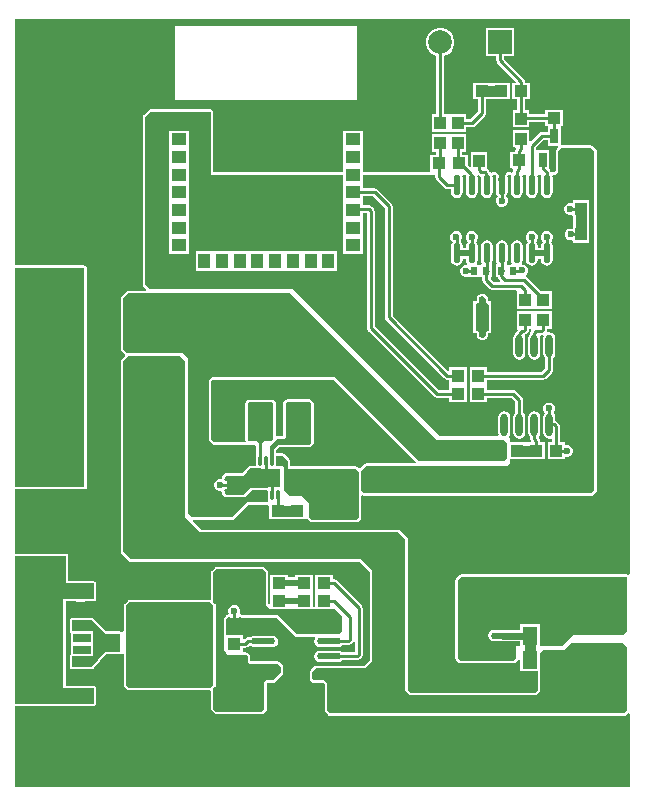
<source format=gtl>
G04*
G04 #@! TF.GenerationSoftware,Altium Limited,Altium Designer,22.1.2 (22)*
G04*
G04 Layer_Physical_Order=1*
G04 Layer_Color=255*
%FSLAX24Y24*%
%MOIN*%
G70*
G04*
G04 #@! TF.SameCoordinates,162C4C40-B8F5-4961-9C55-0291AD4F2388*
G04*
G04*
G04 #@! TF.FilePolarity,Positive*
G04*
G01*
G75*
%ADD10C,0.0100*%
%ADD19R,0.0630X0.0709*%
%ADD20R,0.0512X0.0591*%
%ADD21R,0.0433X0.0394*%
%ADD22R,0.0394X0.0512*%
%ADD23R,0.0512X0.0394*%
%ADD24R,0.0276X0.0492*%
%ADD25R,0.0394X0.0433*%
%ADD26O,0.0236X0.0748*%
%ADD27O,0.0220X0.0687*%
%ADD28R,0.0630X0.1024*%
%ADD29R,0.0236X0.0256*%
%ADD30R,0.0591X0.0512*%
G04:AMPARAMS|DCode=31|XSize=31.9mil|YSize=10.2mil|CornerRadius=1.3mil|HoleSize=0mil|Usage=FLASHONLY|Rotation=270.000|XOffset=0mil|YOffset=0mil|HoleType=Round|Shape=RoundedRectangle|*
%AMROUNDEDRECTD31*
21,1,0.0319,0.0077,0,0,270.0*
21,1,0.0293,0.0102,0,0,270.0*
1,1,0.0026,-0.0038,-0.0147*
1,1,0.0026,-0.0038,0.0147*
1,1,0.0026,0.0038,0.0147*
1,1,0.0026,0.0038,-0.0147*
%
%ADD31ROUNDEDRECTD31*%
%ADD32R,0.0787X0.0787*%
%ADD33O,0.0802X0.0226*%
%ADD34R,0.0709X0.0630*%
%ADD35R,0.0591X0.0315*%
%ADD36R,0.0591X0.0299*%
%ADD37R,0.0591X0.0276*%
%ADD65R,0.0976X0.0642*%
%ADD66C,0.0200*%
%ADD67C,0.0350*%
%ADD68C,0.0220*%
%ADD69C,0.1969*%
%ADD70C,0.1181*%
%ADD71R,0.0787X0.0787*%
%ADD72C,0.0787*%
%ADD73R,0.0945X0.0945*%
%ADD74O,0.0709X0.0433*%
%ADD75C,0.0236*%
G36*
X17744Y21364D02*
X18080D01*
X18101Y21314D01*
X18043Y21257D01*
X18026Y21231D01*
X18020Y21200D01*
Y20533D01*
X17967Y20480D01*
X17919D01*
X17907Y20478D01*
X17895Y20477D01*
X17894Y20476D01*
X17877Y20480D01*
X17853Y20492D01*
X17841Y20502D01*
X17835Y20537D01*
X17806Y20580D01*
X17803Y20582D01*
Y21226D01*
X17370D01*
X17344Y21266D01*
Y21309D01*
X17593Y21558D01*
X17744D01*
Y21364D01*
D02*
G37*
G36*
X12319Y19296D02*
Y15650D01*
X12329Y15600D01*
X12357Y15557D01*
X14304Y13610D01*
X14347Y13582D01*
X14397Y13572D01*
X14470D01*
Y13429D01*
X14470Y13428D01*
Y13379D01*
X14470Y13378D01*
Y13234D01*
X14101D01*
X11981Y15354D01*
Y19191D01*
X11971Y19242D01*
X11943Y19284D01*
X11884Y19343D01*
X11842Y19371D01*
X11791Y19381D01*
X11595D01*
Y19490D01*
X11595Y19501D01*
Y19540D01*
X11595Y19551D01*
Y19684D01*
X11930D01*
X12319Y19296D01*
D02*
G37*
G36*
X10617Y13570D02*
X13356Y10830D01*
X13335Y10780D01*
X11700D01*
X11669Y10774D01*
X11643Y10757D01*
X11500Y10614D01*
X11450D01*
X11407Y10657D01*
X11381Y10674D01*
X11350Y10680D01*
X9160D01*
Y10870D01*
X9154Y10901D01*
X9137Y10927D01*
X8977Y11087D01*
X8951Y11104D01*
X8920Y11110D01*
X8700D01*
X8690Y11118D01*
Y11217D01*
X8793Y11320D01*
X9790D01*
X9790Y11320D01*
X9821Y11326D01*
X9847Y11343D01*
X9917Y11413D01*
X9917Y11413D01*
X9934Y11439D01*
X9940Y11470D01*
Y12780D01*
X9940Y12780D01*
X9934Y12811D01*
X9917Y12837D01*
X9917Y12837D01*
X9867Y12887D01*
X9867Y12887D01*
X9841Y12904D01*
X9810Y12910D01*
X9060Y12910D01*
X9060Y12910D01*
X9029Y12904D01*
X9003Y12887D01*
X9003Y12887D01*
X8953Y12837D01*
X8936Y12811D01*
X8930Y12780D01*
Y11683D01*
X8927Y11680D01*
X8740D01*
X8730Y11678D01*
X8686Y11707D01*
X8680Y11715D01*
Y12780D01*
X8680Y12780D01*
X8674Y12811D01*
X8657Y12837D01*
X8657Y12837D01*
X8617Y12877D01*
X8591Y12894D01*
X8560Y12900D01*
X7790D01*
X7790Y12900D01*
X7759Y12894D01*
X7733Y12877D01*
X7733Y12877D01*
X7693Y12837D01*
X7676Y12811D01*
X7670Y12780D01*
Y11570D01*
X7670Y11570D01*
X7676Y11539D01*
X7682Y11530D01*
X7659Y11480D01*
X6633D01*
X6530Y11583D01*
Y13517D01*
X6583Y13570D01*
X10617Y13570D01*
D02*
G37*
G36*
X6510Y20400D02*
X10926D01*
Y20141D01*
X10926Y20130D01*
Y20091D01*
X10926Y20080D01*
Y19551D01*
X10926Y19540D01*
Y19501D01*
X10926Y19490D01*
Y18961D01*
X10926Y18950D01*
Y18911D01*
X10926Y18900D01*
Y18371D01*
X10926Y18360D01*
Y18321D01*
X10926Y18310D01*
Y17770D01*
X11595D01*
Y18310D01*
X11595Y18321D01*
Y18360D01*
X11595Y18371D01*
Y18900D01*
X11595Y18911D01*
Y18950D01*
X11595Y18961D01*
Y19119D01*
X11719D01*
Y15300D01*
X11729Y15250D01*
X11757Y15207D01*
X13954Y13010D01*
X13997Y12982D01*
X14047Y12972D01*
X14470D01*
Y12828D01*
X15061D01*
Y13378D01*
X15061Y13379D01*
Y13428D01*
X15061Y13429D01*
Y13979D01*
X14470D01*
Y13886D01*
X14420Y13866D01*
X12581Y15704D01*
Y19350D01*
X12571Y19400D01*
X12543Y19443D01*
X12078Y19908D01*
X12035Y19937D01*
X11985Y19947D01*
X11595D01*
Y20080D01*
X11595Y20091D01*
Y20130D01*
X11595Y20141D01*
Y20400D01*
X13995D01*
Y20324D01*
X14005Y20274D01*
X14033Y20231D01*
X14305Y19959D01*
X14348Y19930D01*
X14398Y19921D01*
X14521D01*
Y19819D01*
X14535Y19745D01*
X14577Y19682D01*
X14640Y19640D01*
X14713Y19626D01*
X14787Y19640D01*
X14849Y19682D01*
X14891Y19745D01*
X14906Y19819D01*
Y20285D01*
X14893Y20350D01*
X14919Y20400D01*
X15003D01*
X15021Y20377D01*
X15034Y20354D01*
X15021Y20285D01*
Y19819D01*
X15035Y19745D01*
X15077Y19682D01*
X15139Y19640D01*
X15213Y19626D01*
X15287Y19640D01*
X15349Y19682D01*
X15391Y19745D01*
X15406Y19819D01*
Y20285D01*
X15393Y20350D01*
X15403Y20368D01*
X15464Y20382D01*
X15469Y20379D01*
X15490Y20375D01*
X15526Y20326D01*
X15527Y20319D01*
X15521Y20285D01*
Y19819D01*
X15535Y19745D01*
X15577Y19682D01*
X15639Y19640D01*
X15713Y19626D01*
X15787Y19640D01*
X15849Y19682D01*
X15891Y19745D01*
X15906Y19819D01*
Y20285D01*
X15893Y20350D01*
X15919Y20400D01*
X16007D01*
X16033Y20350D01*
X16021Y20285D01*
Y19819D01*
X16035Y19745D01*
X16076Y19684D01*
X16043Y19652D01*
X16013Y19579D01*
Y19501D01*
X16043Y19428D01*
X16098Y19373D01*
X16171Y19343D01*
X16249D01*
X16322Y19373D01*
X16377Y19428D01*
X16407Y19501D01*
Y19579D01*
X16377Y19652D01*
X16349Y19679D01*
X16349Y19682D01*
X16391Y19745D01*
X16406Y19819D01*
Y20285D01*
X16393Y20350D01*
X16419Y20400D01*
X16507D01*
X16533Y20350D01*
X16521Y20285D01*
Y19819D01*
X16535Y19745D01*
X16577Y19682D01*
X16639Y19640D01*
X16713Y19626D01*
X16787Y19640D01*
X16849Y19682D01*
X16891Y19745D01*
X16906Y19819D01*
Y20285D01*
X16893Y20350D01*
X16919Y20400D01*
X17007D01*
X17033Y20350D01*
X17021Y20285D01*
Y19819D01*
X17035Y19745D01*
X17077Y19682D01*
X17140Y19640D01*
X17213Y19626D01*
X17287Y19640D01*
X17349Y19682D01*
X17391Y19745D01*
X17406Y19819D01*
Y20285D01*
X17393Y20350D01*
X17419Y20400D01*
X17507D01*
X17533Y20350D01*
X17521Y20285D01*
Y19819D01*
X17535Y19745D01*
X17577Y19682D01*
X17639Y19640D01*
X17713Y19626D01*
X17787Y19640D01*
X17849Y19682D01*
X17891Y19745D01*
X17906Y19819D01*
Y20285D01*
X17893Y20350D01*
X17919Y20400D01*
X18000D01*
X18100Y20500D01*
Y21200D01*
X18200Y21300D01*
X19200Y21300D01*
X19300Y21200D01*
Y9900D01*
X19181Y9781D01*
X11619D01*
X11530Y9870D01*
Y10500D01*
X11525Y10525D01*
X11700Y10700D01*
X16400Y10700D01*
X16500Y10800D01*
Y10928D01*
X17030D01*
Y10928D01*
X17070D01*
Y10928D01*
X17661D01*
Y11479D01*
X17497D01*
Y11540D01*
X17487Y11590D01*
X17458Y11633D01*
X17441Y11651D01*
X17442Y11664D01*
X17485Y11729D01*
X17501Y11806D01*
Y12318D01*
X17485Y12395D01*
X17442Y12460D01*
X17377Y12504D01*
X17300Y12519D01*
X17223Y12504D01*
X17158Y12460D01*
X17115Y12395D01*
X17099Y12318D01*
Y11806D01*
X17115Y11729D01*
X17158Y11664D01*
X17169Y11657D01*
Y11606D01*
X17179Y11555D01*
X17197Y11529D01*
X17178Y11485D01*
X17171Y11479D01*
X17070D01*
Y11479D01*
X17030D01*
Y11479D01*
X16500D01*
Y11600D01*
X16441Y11659D01*
X16442Y11664D01*
X16485Y11729D01*
X16501Y11806D01*
Y12318D01*
X16485Y12395D01*
X16442Y12460D01*
X16377Y12504D01*
X16300Y12519D01*
X16223Y12504D01*
X16158Y12460D01*
X16115Y12395D01*
X16099Y12318D01*
Y11806D01*
X16110Y11750D01*
X16079Y11700D01*
X14140Y11700D01*
X9260Y16580D01*
X4480Y16580D01*
X4324Y16736D01*
X4324Y22329D01*
X4329D01*
X4500Y22500D01*
X6510D01*
Y20400D01*
D02*
G37*
G36*
X14041Y11550D02*
X16300Y11550D01*
X16400Y11450D01*
Y10950D01*
X16300Y10850D01*
X13450D01*
X10650Y13650D01*
X6550Y13650D01*
X6450Y13550D01*
Y11550D01*
X6600Y11400D01*
X8000D01*
X8030Y11370D01*
Y10720D01*
X8010Y10700D01*
X7800D01*
X7795Y10695D01*
X7794D01*
Y10694D01*
X7550Y10450D01*
X7000D01*
X6900Y10350D01*
Y10284D01*
X6859Y10257D01*
X6781D01*
X6708Y10227D01*
X6653Y10172D01*
X6623Y10099D01*
Y10021D01*
X6653Y9948D01*
X6708Y9893D01*
X6781Y9863D01*
X6859D01*
X6900Y9836D01*
Y9750D01*
X7000Y9650D01*
X7650D01*
X7890Y9890D01*
X8400D01*
X8420Y9870D01*
Y9500D01*
X8400Y9480D01*
X7730D01*
X7230Y8980D01*
X5886Y8980D01*
X5750Y9116D01*
Y14300D01*
X5600Y14450D01*
X3736D01*
X3600Y14586D01*
X3600Y16300D01*
X3750Y16450D01*
X9141D01*
X14041Y11550D01*
D02*
G37*
G36*
X8600Y12780D02*
Y11590D01*
X8540Y11530D01*
X8280D01*
X8220Y11470D01*
Y10720D01*
X8210Y10710D01*
X8159D01*
X8110Y10720D01*
Y11370D01*
X8110Y11371D01*
Y11470D01*
X8060Y11520D01*
X7800D01*
X7750Y11570D01*
Y12780D01*
X7790Y12820D01*
X8560D01*
X8600Y12780D01*
D02*
G37*
G36*
X9810Y12830D02*
X9860Y12780D01*
Y11470D01*
X9790Y11400D01*
X8760D01*
X8610Y11250D01*
Y10756D01*
X8564Y10710D01*
X8510Y10710D01*
X8500Y10720D01*
Y11360D01*
X8740Y11600D01*
X8960D01*
X9010Y11650D01*
Y12780D01*
X9060Y12830D01*
X9810Y12830D01*
D02*
G37*
G36*
X2300Y10000D02*
X0D01*
Y17300D01*
X2300D01*
Y10000D01*
D02*
G37*
G36*
X8090Y10631D02*
X8125Y10624D01*
X8202D01*
X8229Y10602D01*
Y10295D01*
X8239Y10245D01*
X8268Y10202D01*
X8426Y10044D01*
Y9992D01*
X8400Y9970D01*
X7890D01*
X7859Y9964D01*
X7833Y9947D01*
X7833Y9947D01*
X7617Y9730D01*
X7033D01*
X6980Y9783D01*
Y9836D01*
X6979Y9844D01*
Y9852D01*
X6976Y9859D01*
X6974Y9867D01*
X6970Y9873D01*
X6967Y9880D01*
X6973Y9907D01*
X6981Y9921D01*
X6988Y9929D01*
X7324D01*
X7374Y9939D01*
X7417Y9967D01*
X7447Y9997D01*
X7476Y10040D01*
X7486Y10090D01*
X7476Y10140D01*
X7447Y10183D01*
X7405Y10211D01*
X7354Y10221D01*
X7304Y10211D01*
X7274Y10191D01*
X6988D01*
X6981Y10199D01*
X6973Y10213D01*
X6967Y10240D01*
X6970Y10247D01*
X6974Y10253D01*
X6976Y10261D01*
X6979Y10268D01*
Y10276D01*
X6980Y10284D01*
Y10317D01*
X7033Y10370D01*
X7550D01*
X7581Y10376D01*
X7607Y10393D01*
X7607Y10393D01*
X7717Y10504D01*
X7728D01*
Y10515D01*
X7833Y10620D01*
X8010D01*
X8041Y10626D01*
X8067Y10643D01*
X8090Y10631D01*
D02*
G37*
G36*
X20472Y7106D02*
X20453Y7091D01*
X20422Y7076D01*
X20400Y7080D01*
X14850Y7080D01*
X14850Y7080D01*
X14819Y7074D01*
X14793Y7057D01*
X14793Y7057D01*
X14693Y6957D01*
X14693Y6957D01*
X14676Y6931D01*
X14670Y6900D01*
Y4300D01*
X14676Y4269D01*
X14693Y4243D01*
X14693Y4243D01*
X14793Y4143D01*
X14819Y4126D01*
X14850Y4120D01*
X16600Y4120D01*
X16600Y4120D01*
X16631Y4126D01*
X16657Y4143D01*
X16657Y4143D01*
X16755Y4242D01*
X16762Y4241D01*
X16805Y4226D01*
Y3868D01*
X17420D01*
Y3233D01*
X17317Y3130D01*
X13183D01*
X13080Y3233D01*
X13080Y8250D01*
X13074Y8281D01*
X13057Y8307D01*
X13057Y8307D01*
X12817Y8547D01*
X12817Y8547D01*
X12791Y8564D01*
X12760Y8570D01*
X6193Y8570D01*
X5914Y8850D01*
X5935Y8900D01*
X7230Y8900D01*
X7230Y8900D01*
X7261Y8906D01*
X7287Y8923D01*
X7287Y8923D01*
X7763Y9400D01*
X8400D01*
X8410Y9402D01*
X8420Y9400D01*
X8453Y9375D01*
X8460Y9365D01*
Y8920D01*
X9051D01*
Y8920D01*
X9091D01*
Y8920D01*
X9681D01*
Y8943D01*
X9731Y8953D01*
X9760Y8924D01*
Y8920D01*
X9767D01*
X9843Y8843D01*
X9869Y8826D01*
X9900Y8820D01*
X11350D01*
X11381Y8826D01*
X11407Y8843D01*
X11407Y8843D01*
X11507Y8943D01*
X11524Y8969D01*
X11530Y9000D01*
Y9689D01*
X11580Y9712D01*
X11588Y9707D01*
X11619Y9701D01*
X19181D01*
X19212Y9707D01*
X19238Y9724D01*
X19238Y9724D01*
X19357Y9843D01*
X19357Y9843D01*
X19374Y9869D01*
X19380Y9900D01*
Y21200D01*
X19374Y21231D01*
X19357Y21257D01*
X19357Y21257D01*
X19257Y21357D01*
X19231Y21374D01*
X19200Y21380D01*
X18200Y21380D01*
X18177Y21399D01*
Y22014D01*
X18223Y22024D01*
X18261D01*
Y22576D01*
X17670D01*
Y22427D01*
X17136D01*
Y22570D01*
X16997D01*
Y22910D01*
X17161D01*
Y23461D01*
X16997D01*
Y23505D01*
X16987Y23555D01*
X16958Y23598D01*
X16291Y24264D01*
Y24348D01*
X16632D01*
Y25292D01*
X15688D01*
Y24348D01*
X16029D01*
Y24210D01*
X16039Y24160D01*
X16067Y24117D01*
X16677Y23507D01*
X16658Y23461D01*
X16570D01*
Y22910D01*
X16734D01*
Y22570D01*
X16584D01*
Y21979D01*
X17136D01*
Y22164D01*
X17670D01*
Y22024D01*
X17699D01*
X17744Y22014D01*
Y21820D01*
X17539D01*
X17489Y21810D01*
X17446Y21782D01*
X17182Y21517D01*
X17136Y21537D01*
Y21901D01*
X16584D01*
Y21310D01*
X16659D01*
X16685Y21260D01*
X16679Y21250D01*
X16669Y21200D01*
Y21171D01*
X16500D01*
Y20620D01*
X16569D01*
X16596Y20570D01*
X16592Y20563D01*
X16582Y20513D01*
Y20506D01*
X16571Y20493D01*
X16549Y20481D01*
X16532Y20476D01*
X16531Y20477D01*
X16519Y20478D01*
X16507Y20480D01*
X16419D01*
X16407Y20478D01*
X16395Y20477D01*
X16392Y20475D01*
X16389Y20474D01*
X16378Y20467D01*
X16368Y20462D01*
X16366Y20459D01*
X16362Y20457D01*
X16356Y20447D01*
X16348Y20437D01*
X16322Y20387D01*
X16319Y20376D01*
X16314Y20366D01*
Y20361D01*
X16313Y20357D01*
X16314Y20346D01*
Y20334D01*
X16326Y20277D01*
Y20192D01*
X16276Y20165D01*
X16263Y20173D01*
X16213Y20183D01*
X16163Y20173D01*
X16151Y20165D01*
X16101Y20192D01*
Y20277D01*
X16112Y20334D01*
Y20346D01*
X16113Y20357D01*
X16112Y20361D01*
Y20366D01*
X16108Y20376D01*
X16105Y20387D01*
X16078Y20437D01*
X16071Y20447D01*
X16064Y20457D01*
X16061Y20459D01*
X16059Y20462D01*
X16048Y20467D01*
X16038Y20474D01*
X16034Y20475D01*
X16031Y20477D01*
X16019Y20478D01*
X16007Y20480D01*
X15919D01*
X15907Y20478D01*
X15895Y20477D01*
X15892Y20475D01*
X15889Y20474D01*
X15878Y20467D01*
X15833Y20480D01*
X15824Y20487D01*
X15821Y20500D01*
X15793Y20543D01*
X15743Y20593D01*
X15736Y20597D01*
Y21156D01*
X15185D01*
Y20676D01*
X15139Y20657D01*
X15091Y20705D01*
Y21071D01*
X14892D01*
Y21165D01*
X15036D01*
Y21756D01*
X14485D01*
Y21756D01*
X14436D01*
Y21756D01*
X13885D01*
Y21165D01*
X14029D01*
Y21071D01*
X13831D01*
Y20520D01*
X13805Y20480D01*
X11595D01*
Y20670D01*
X11595Y20681D01*
Y20720D01*
X11595Y20731D01*
Y21260D01*
X11595Y21271D01*
Y21310D01*
X11595Y21321D01*
Y21861D01*
X10926D01*
Y21321D01*
X10926Y21310D01*
Y21271D01*
X10926Y21260D01*
Y20731D01*
X10926Y20720D01*
Y20681D01*
X10926Y20670D01*
Y20480D01*
X6590D01*
Y22500D01*
X6584Y22531D01*
X6567Y22557D01*
X6541Y22574D01*
X6510Y22580D01*
X4500D01*
X4500Y22580D01*
X4469Y22574D01*
X4443Y22557D01*
X4443Y22557D01*
X4283Y22397D01*
X4267Y22386D01*
X4250Y22360D01*
X4243Y22329D01*
X4243Y16736D01*
X4250Y16705D01*
X4267Y16679D01*
X4370Y16576D01*
X4351Y16530D01*
X3750D01*
X3719Y16524D01*
X3693Y16507D01*
X3543Y16357D01*
X3526Y16331D01*
X3520Y16300D01*
X3520Y14586D01*
X3526Y14556D01*
X3543Y14530D01*
X3543Y14530D01*
X3644Y14429D01*
X3644Y14358D01*
X3543Y14257D01*
X3526Y14231D01*
X3520Y14200D01*
X3520Y7830D01*
X3526Y7799D01*
X3543Y7773D01*
X3543Y7773D01*
X3793Y7523D01*
X3819Y7506D01*
X3850Y7500D01*
X11487D01*
X11820Y7167D01*
Y4233D01*
X11627Y4040D01*
X10741D01*
X10739Y4041D01*
X10163D01*
X10160Y4040D01*
X10020D01*
X9989Y4034D01*
X9963Y4017D01*
X9843Y3897D01*
X9843Y3897D01*
X9826Y3871D01*
X9820Y3840D01*
Y3600D01*
X9826Y3569D01*
X9843Y3543D01*
X9843Y3543D01*
X9893Y3493D01*
X9893Y3493D01*
X9919Y3476D01*
X9950Y3470D01*
X10267Y3470D01*
X10320Y3417D01*
Y2540D01*
X10326Y2509D01*
X10343Y2483D01*
X10343Y2483D01*
X10433Y2393D01*
X10433Y2393D01*
X10459Y2376D01*
X10490Y2370D01*
X20300Y2370D01*
X20331Y2376D01*
X20357Y2393D01*
X20422Y2459D01*
X20472Y2438D01*
Y0D01*
X0D01*
Y2690D01*
X2605D01*
X2635Y2696D01*
X2661Y2713D01*
X2679Y2739D01*
X2685Y2770D01*
Y3289D01*
X2679Y3320D01*
X2661Y3346D01*
X2635Y3363D01*
X2605Y3369D01*
X2315D01*
X2308Y3370D01*
X2032D01*
X2024Y3369D01*
X1680D01*
Y6177D01*
X2025Y6177D01*
X2032Y6176D01*
X2308D01*
X2315Y6177D01*
X2605Y6177D01*
X2635Y6183D01*
X2661Y6201D01*
X2679Y6227D01*
X2685Y6258D01*
Y6780D01*
X2679Y6811D01*
X2661Y6837D01*
X2635Y6854D01*
X2605Y6860D01*
X1760D01*
Y7690D01*
X1759Y7696D01*
Y7773D01*
X1090D01*
Y7770D01*
X0D01*
Y9920D01*
X2300D01*
X2331Y9926D01*
X2357Y9943D01*
X2374Y9969D01*
X2380Y10000D01*
Y17300D01*
X2374Y17331D01*
X2357Y17357D01*
X2331Y17374D01*
X2300Y17380D01*
X0D01*
Y25591D01*
X20472D01*
Y7106D01*
D02*
G37*
G36*
X9080Y10870D02*
Y10640D01*
X9120Y10600D01*
X11350D01*
X11450Y10500D01*
Y9000D01*
X11350Y8900D01*
X9900D01*
X9800Y9000D01*
Y9450D01*
X9550Y9700D01*
X9150D01*
X8960Y9890D01*
X8960Y10660D01*
X8928Y10692D01*
Y10695D01*
X8925D01*
X8920Y10700D01*
X8700D01*
Y11030D01*
X8920D01*
X9080Y10870D01*
D02*
G37*
G36*
X1680Y6780D02*
X2605D01*
Y6258D01*
X1600Y6258D01*
Y3289D01*
X2605D01*
Y2770D01*
X0D01*
Y7690D01*
X1680D01*
Y6780D01*
D02*
G37*
G36*
X20400Y5200D02*
X20250Y5050D01*
X18600D01*
X18250Y4700D01*
X17474D01*
Y5416D01*
X16805D01*
Y5235D01*
X16558D01*
X16542Y5238D01*
X15966D01*
X15891Y5223D01*
X15828Y5180D01*
X15785Y5117D01*
X15770Y5042D01*
X15785Y4967D01*
X15828Y4904D01*
X15891Y4862D01*
X15966Y4847D01*
X16542D01*
X16558Y4850D01*
X16805D01*
Y4700D01*
X16700D01*
X16700Y4300D01*
X16600Y4200D01*
X14850Y4200D01*
X14750Y4300D01*
Y6900D01*
X14850Y7000D01*
X20400Y7000D01*
Y5200D01*
D02*
G37*
G36*
X5500Y14350D02*
X5650Y14200D01*
Y9000D01*
X6160Y8490D01*
X12760Y8490D01*
X13000Y8250D01*
X13000Y3200D01*
X13150Y3050D01*
X17350D01*
X17500Y3200D01*
Y4450D01*
X17600Y4550D01*
X18300D01*
X18550Y4800D01*
X20250Y4800D01*
X20400Y4650D01*
X20400Y2550D01*
X20300Y2450D01*
X10490Y2450D01*
X10400Y2540D01*
Y3450D01*
X10300Y3550D01*
X9950Y3550D01*
X9900Y3600D01*
Y3840D01*
X10020Y3960D01*
X11660D01*
X11900Y4200D01*
Y7200D01*
X11520Y7580D01*
X3850D01*
X3600Y7830D01*
X3600Y14200D01*
X3750Y14350D01*
X5500Y14350D01*
D02*
G37*
%LPC*%
G36*
X19136Y19556D02*
X18585D01*
Y19483D01*
X18543Y19455D01*
X18539Y19457D01*
X18461D01*
X18388Y19427D01*
X18333Y19372D01*
X18303Y19299D01*
Y19221D01*
X18333Y19148D01*
X18388Y19093D01*
X18461Y19063D01*
X18539D01*
X18543Y19065D01*
X18585Y19037D01*
Y18965D01*
X18602D01*
Y18725D01*
X18585D01*
Y18631D01*
X18549Y18607D01*
X18471D01*
X18398Y18577D01*
X18343Y18522D01*
X18313Y18449D01*
Y18371D01*
X18343Y18298D01*
X18398Y18243D01*
X18471Y18213D01*
X18549D01*
X18585Y18189D01*
Y18135D01*
X19136D01*
Y18725D01*
X19119D01*
Y18965D01*
X19136D01*
Y19556D01*
D02*
G37*
G36*
X17749Y18517D02*
X17671D01*
X17598Y18487D01*
X17543Y18432D01*
X17513Y18359D01*
Y18281D01*
X17543Y18208D01*
X17550Y18202D01*
X17577Y18159D01*
X17535Y18097D01*
X17521Y18023D01*
Y17972D01*
X17406D01*
Y18023D01*
X17391Y18097D01*
X17349Y18159D01*
X17373Y18204D01*
X17377Y18208D01*
X17407Y18281D01*
Y18359D01*
X17377Y18432D01*
X17322Y18487D01*
X17249Y18517D01*
X17171D01*
X17098Y18487D01*
X17043Y18432D01*
X17013Y18359D01*
Y18281D01*
X17043Y18208D01*
X17050Y18202D01*
X17077Y18159D01*
X17035Y18097D01*
X17021Y18023D01*
Y17557D01*
X17035Y17483D01*
X17077Y17420D01*
X17140Y17379D01*
X17213Y17364D01*
X17287Y17379D01*
X17349Y17420D01*
X17391Y17483D01*
X17406Y17557D01*
Y17608D01*
X17521D01*
Y17557D01*
X17535Y17483D01*
X17577Y17420D01*
X17639Y17379D01*
X17713Y17364D01*
X17787Y17379D01*
X17849Y17420D01*
X17891Y17483D01*
X17906Y17557D01*
Y18023D01*
X17891Y18097D01*
X17849Y18159D01*
X17873Y18204D01*
X17877Y18208D01*
X17907Y18281D01*
Y18359D01*
X17877Y18432D01*
X17822Y18487D01*
X17749Y18517D01*
D02*
G37*
G36*
X15249D02*
X15171D01*
X15098Y18487D01*
X15043Y18432D01*
X15013Y18359D01*
Y18281D01*
X15043Y18208D01*
X15050Y18202D01*
X15077Y18159D01*
X15035Y18097D01*
X15021Y18023D01*
Y17972D01*
X14906D01*
Y18023D01*
X14891Y18097D01*
X14849Y18159D01*
X14867Y18208D01*
X14867Y18208D01*
X14897Y18281D01*
Y18359D01*
X14867Y18432D01*
X14812Y18487D01*
X14739Y18517D01*
X14661D01*
X14588Y18487D01*
X14533Y18432D01*
X14503Y18359D01*
Y18281D01*
X14533Y18208D01*
X14575Y18166D01*
Y18157D01*
X14535Y18097D01*
X14521Y18023D01*
Y17557D01*
X14535Y17483D01*
X14577Y17420D01*
X14640Y17379D01*
X14713Y17364D01*
X14787Y17379D01*
X14849Y17420D01*
X14891Y17483D01*
X14906Y17557D01*
Y17608D01*
X15021D01*
Y17557D01*
X15035Y17483D01*
X15066Y17437D01*
X15044Y17387D01*
X15044Y17387D01*
X14991D01*
X14918Y17357D01*
X14863Y17302D01*
X14833Y17229D01*
Y17151D01*
X14863Y17078D01*
X14918Y17023D01*
X14991Y16993D01*
X15069D01*
X15092Y17003D01*
X15106Y16993D01*
Y16993D01*
X15566D01*
Y16903D01*
X15576Y16853D01*
X15604Y16810D01*
X15807Y16607D01*
X15850Y16579D01*
X15900Y16569D01*
X16690D01*
X16724Y16533D01*
Y15943D01*
X17276D01*
Y15943D01*
X17324D01*
Y15943D01*
X17326Y15943D01*
X17876D01*
Y16533D01*
X17510D01*
X17050Y16993D01*
X17027Y17008D01*
X17016Y17061D01*
X17018Y17070D01*
X17047Y17098D01*
X17077Y17171D01*
Y17249D01*
X17047Y17322D01*
X16992Y17377D01*
X16919Y17407D01*
X16901D01*
X16874Y17457D01*
X16891Y17483D01*
X16906Y17557D01*
Y18023D01*
X16891Y18097D01*
X16849Y18159D01*
X16787Y18201D01*
X16713Y18216D01*
X16639Y18201D01*
X16577Y18159D01*
X16535Y18097D01*
X16521Y18023D01*
Y17557D01*
X16535Y17483D01*
X16553Y17457D01*
X16526Y17407D01*
X16400D01*
X16374Y17457D01*
X16391Y17483D01*
X16406Y17557D01*
Y18023D01*
X16391Y18097D01*
X16349Y18159D01*
X16287Y18201D01*
X16213Y18216D01*
X16140Y18201D01*
X16077Y18159D01*
X16035Y18097D01*
X16021Y18023D01*
Y17557D01*
X16035Y17483D01*
X16053Y17457D01*
X16026Y17407D01*
X16006D01*
Y16993D01*
X16075D01*
X16079Y16972D01*
X16107Y16930D01*
X16159Y16877D01*
X16140Y16831D01*
X15954D01*
X15842Y16943D01*
X15862Y16993D01*
X15894D01*
Y17407D01*
X15894D01*
X15874Y17457D01*
X15891Y17483D01*
X15906Y17557D01*
Y18023D01*
X15891Y18097D01*
X15849Y18159D01*
X15787Y18201D01*
X15713Y18216D01*
X15639Y18201D01*
X15577Y18159D01*
X15535Y18097D01*
X15521Y18023D01*
Y17557D01*
X15535Y17483D01*
X15553Y17457D01*
X15526Y17407D01*
X15400D01*
X15374Y17457D01*
X15391Y17483D01*
X15406Y17557D01*
Y18023D01*
X15391Y18097D01*
X15349Y18159D01*
X15373Y18204D01*
X15377Y18208D01*
X15407Y18281D01*
Y18359D01*
X15377Y18432D01*
X15322Y18487D01*
X15249Y18517D01*
D02*
G37*
G36*
X10156Y17856D02*
X10118D01*
X10106Y17856D01*
X9578D01*
X9566Y17856D01*
X9528D01*
X9516Y17856D01*
X8988D01*
X8976Y17856D01*
X8938D01*
X8926Y17856D01*
X8388D01*
X8386Y17856D01*
X8338D01*
X8336Y17856D01*
X7798D01*
X7786Y17856D01*
X7748D01*
X7736Y17856D01*
X7208D01*
X7196Y17856D01*
X7158D01*
X7146Y17856D01*
X6618D01*
X6606Y17856D01*
X6568D01*
X6556Y17856D01*
X6016D01*
Y17186D01*
X6556D01*
X6568Y17186D01*
X6606D01*
X6618Y17186D01*
X7146D01*
X7158Y17186D01*
X7196D01*
X7208Y17186D01*
X7736D01*
X7748Y17186D01*
X7786D01*
X7798Y17186D01*
X8336D01*
X8338Y17186D01*
X8386D01*
X8388Y17186D01*
X8926D01*
X8938Y17186D01*
X8976D01*
X8988Y17186D01*
X9516D01*
X9528Y17186D01*
X9566D01*
X9578Y17186D01*
X10106D01*
X10118Y17186D01*
X10156D01*
X10168Y17186D01*
X10708D01*
Y17856D01*
X10168D01*
X10156Y17856D01*
D02*
G37*
G36*
X5798Y21861D02*
X5129D01*
Y21321D01*
X5129Y21310D01*
Y21271D01*
X5129Y21260D01*
Y20731D01*
X5129Y20720D01*
Y20681D01*
X5129Y20670D01*
Y20141D01*
X5129Y20130D01*
Y20091D01*
X5129Y20080D01*
Y19551D01*
X5129Y19540D01*
Y19501D01*
X5129Y19490D01*
Y18961D01*
X5129Y18950D01*
Y18911D01*
X5129Y18900D01*
Y18371D01*
X5129Y18360D01*
Y18321D01*
X5129Y18310D01*
Y17770D01*
X5798D01*
Y18310D01*
X5798Y18321D01*
Y18360D01*
X5798Y18371D01*
Y18900D01*
X5798Y18911D01*
Y18950D01*
X5798Y18961D01*
Y19490D01*
X5798Y19501D01*
Y19540D01*
X5798Y19551D01*
Y20080D01*
X5798Y20091D01*
Y20130D01*
X5798Y20141D01*
Y20670D01*
X5798Y20681D01*
Y20720D01*
X5798Y20731D01*
Y21260D01*
X5798Y21271D01*
Y21310D01*
X5798Y21321D01*
Y21861D01*
D02*
G37*
G36*
X17276Y15864D02*
X17276Y15864D01*
X16724D01*
Y15273D01*
X16724D01*
X16743Y15229D01*
X16707Y15193D01*
X16679Y15150D01*
X16670Y15106D01*
X16658Y15098D01*
X16615Y15033D01*
X16599Y14956D01*
Y14444D01*
X16615Y14367D01*
X16658Y14302D01*
X16723Y14259D01*
X16800Y14243D01*
X16877Y14259D01*
X16942Y14302D01*
X16985Y14367D01*
X17001Y14444D01*
Y14956D01*
X16985Y15033D01*
X16978Y15045D01*
X16992Y15079D01*
X17034Y15107D01*
X17093Y15166D01*
X17121Y15208D01*
X17131Y15259D01*
Y15273D01*
X17182D01*
X17200Y15223D01*
X17179Y15192D01*
X17169Y15141D01*
Y15105D01*
X17158Y15098D01*
X17115Y15033D01*
X17099Y14956D01*
Y14444D01*
X17115Y14367D01*
X17158Y14302D01*
X17223Y14259D01*
X17300Y14243D01*
X17377Y14259D01*
X17442Y14302D01*
X17485Y14367D01*
X17501Y14444D01*
Y14956D01*
X17488Y15019D01*
X17517Y15069D01*
X17541D01*
X17584Y15077D01*
X17603Y15060D01*
X17617Y15037D01*
X17615Y15033D01*
X17599Y14956D01*
Y14444D01*
X17615Y14367D01*
X17658Y14302D01*
X17669Y14295D01*
Y13954D01*
X17546Y13831D01*
X15730D01*
Y13979D01*
X15139D01*
Y13429D01*
X15139Y13428D01*
Y13379D01*
X15139Y13378D01*
Y12828D01*
X15730D01*
Y12972D01*
X16542D01*
X16669Y12846D01*
Y12467D01*
X16658Y12460D01*
X16615Y12395D01*
X16599Y12318D01*
Y11806D01*
X16615Y11729D01*
X16658Y11664D01*
X16723Y11621D01*
X16800Y11606D01*
X16877Y11621D01*
X16942Y11664D01*
X16985Y11729D01*
X17001Y11806D01*
Y12318D01*
X16985Y12395D01*
X16942Y12460D01*
X16931Y12467D01*
Y12900D01*
X16921Y12950D01*
X16893Y12993D01*
X16690Y13196D01*
X16647Y13224D01*
X16597Y13234D01*
X15730D01*
Y13378D01*
X15730Y13379D01*
Y13428D01*
X15730Y13429D01*
Y13569D01*
X17600D01*
X17650Y13579D01*
X17693Y13607D01*
X17893Y13807D01*
X17921Y13850D01*
X17931Y13900D01*
Y14295D01*
X17942Y14302D01*
X17985Y14367D01*
X18001Y14444D01*
Y14956D01*
X17985Y15033D01*
X17942Y15098D01*
X17877Y15141D01*
X17800Y15157D01*
X17739Y15144D01*
X17706Y15185D01*
X17721Y15208D01*
X17731Y15259D01*
Y15273D01*
X17876D01*
Y15864D01*
X17326D01*
X17324Y15864D01*
X17276D01*
Y15864D01*
D02*
G37*
G36*
X15609Y16437D02*
X15531D01*
X15458Y16407D01*
X15403Y16352D01*
X15373Y16279D01*
Y16201D01*
X15358Y16179D01*
X15270D01*
Y15679D01*
X15270D01*
Y15128D01*
X15368D01*
X15373Y15119D01*
Y15041D01*
X15403Y14968D01*
X15458Y14913D01*
X15531Y14883D01*
X15609D01*
X15682Y14913D01*
X15737Y14968D01*
X15767Y15041D01*
Y15119D01*
X15772Y15128D01*
X15861D01*
Y15628D01*
X15861D01*
Y16179D01*
X15782D01*
X15767Y16201D01*
Y16279D01*
X15737Y16352D01*
X15682Y16407D01*
X15609Y16437D01*
D02*
G37*
G36*
X17829Y12807D02*
X17751D01*
X17678Y12777D01*
X17623Y12722D01*
X17593Y12649D01*
Y12571D01*
X17623Y12498D01*
X17658Y12463D01*
X17658Y12460D01*
X17615Y12395D01*
X17599Y12318D01*
Y11806D01*
X17615Y11729D01*
X17658Y11664D01*
X17723Y11621D01*
X17800Y11606D01*
X17853Y11616D01*
X17903Y11583D01*
Y11479D01*
X17739D01*
Y10928D01*
X18330D01*
Y10979D01*
X18351Y10993D01*
X18429D01*
X18502Y11023D01*
X18557Y11078D01*
X18587Y11151D01*
Y11229D01*
X18557Y11302D01*
X18502Y11357D01*
X18429Y11387D01*
X18351D01*
X18330Y11401D01*
Y11479D01*
X18166D01*
Y12015D01*
X18156Y12066D01*
X18127Y12108D01*
X18063Y12173D01*
X18020Y12201D01*
X18001Y12205D01*
Y12318D01*
X17985Y12395D01*
X17942Y12460D01*
X17940Y12481D01*
X17957Y12498D01*
X17987Y12571D01*
Y12649D01*
X17957Y12722D01*
X17902Y12777D01*
X17829Y12807D01*
D02*
G37*
%LPD*%
G36*
X15636Y16339D02*
X15669Y16306D01*
X15687Y16263D01*
Y16201D01*
X15688Y16193D01*
Y16185D01*
X15691Y16178D01*
X15693Y16170D01*
X15697Y16164D01*
X15700Y16156D01*
X15715Y16134D01*
X15720Y16129D01*
X15725Y16122D01*
X15731Y16118D01*
X15737Y16112D01*
X15744Y16109D01*
X15751Y16105D01*
X15759Y16103D01*
X15766Y16100D01*
X15780Y16053D01*
Y15628D01*
X15780Y15628D01*
Y15208D01*
X15772D01*
X15765Y15206D01*
X15757D01*
X15749Y15203D01*
X15742Y15202D01*
X15735Y15197D01*
X15728Y15194D01*
X15722Y15189D01*
X15716Y15184D01*
X15711Y15178D01*
X15706Y15172D01*
X15700Y15164D01*
X15697Y15156D01*
X15693Y15150D01*
X15691Y15142D01*
X15688Y15135D01*
Y15127D01*
X15687Y15119D01*
Y15057D01*
X15669Y15014D01*
X15636Y14981D01*
X15593Y14963D01*
X15547D01*
X15504Y14981D01*
X15471Y15014D01*
X15453Y15057D01*
Y15119D01*
X15452Y15127D01*
Y15135D01*
X15449Y15142D01*
X15447Y15150D01*
X15443Y15156D01*
X15440Y15164D01*
X15434Y15172D01*
X15429Y15178D01*
X15424Y15184D01*
X15418Y15189D01*
X15412Y15194D01*
X15405Y15197D01*
X15398Y15202D01*
X15390Y15203D01*
X15383Y15206D01*
X15375D01*
X15368Y15208D01*
X15350D01*
Y15679D01*
X15350Y15679D01*
Y16098D01*
X15358D01*
X15366Y16100D01*
X15374D01*
X15381Y16103D01*
X15389Y16105D01*
X15396Y16109D01*
X15403Y16112D01*
X15409Y16118D01*
X15415Y16122D01*
X15420Y16129D01*
X15425Y16134D01*
X15440Y16156D01*
X15443Y16164D01*
X15447Y16170D01*
X15449Y16178D01*
X15452Y16185D01*
Y16193D01*
X15453Y16201D01*
Y16263D01*
X15471Y16306D01*
X15504Y16339D01*
X15547Y16357D01*
X15593D01*
X15636Y16339D01*
D02*
G37*
%LPC*%
G36*
X14222Y25292D02*
X14098D01*
X13978Y25260D01*
X13870Y25198D01*
X13782Y25110D01*
X13720Y25002D01*
X13688Y24882D01*
Y24758D01*
X13720Y24638D01*
X13782Y24530D01*
X13870Y24442D01*
X13978Y24380D01*
X14029Y24366D01*
Y22425D01*
X13885D01*
Y21835D01*
X14435D01*
X14436Y21835D01*
X14485D01*
X14486Y21835D01*
X15036D01*
Y21999D01*
X15230D01*
X15280Y22009D01*
X15323Y22037D01*
X15658Y22372D01*
X15687Y22415D01*
X15697Y22465D01*
Y22910D01*
X15861D01*
Y22910D01*
X15901D01*
Y22910D01*
X16491D01*
Y23461D01*
X15901D01*
Y23461D01*
X15861D01*
Y23461D01*
X15270D01*
Y22910D01*
X15434D01*
Y22520D01*
X15176Y22261D01*
X15036D01*
Y22425D01*
X14486D01*
X14485Y22425D01*
X14436D01*
X14435Y22425D01*
X14291D01*
Y24366D01*
X14342Y24380D01*
X14450Y24442D01*
X14538Y24530D01*
X14600Y24638D01*
X14632Y24758D01*
Y24882D01*
X14600Y25002D01*
X14538Y25110D01*
X14450Y25198D01*
X14342Y25260D01*
X14222Y25292D01*
D02*
G37*
G36*
X5326Y25381D02*
X5326Y25325D01*
X5332Y22885D01*
X11380D01*
X11396Y22901D01*
Y25371D01*
X5376Y25371D01*
X5336Y25371D01*
X5326Y25381D01*
D02*
G37*
G36*
X8250Y7330D02*
X6700D01*
X6669Y7324D01*
X6643Y7307D01*
X6643Y7307D01*
X6540Y7203D01*
X6522Y7177D01*
X6516Y7147D01*
Y6244D01*
X6500Y6230D01*
X3800D01*
X3800Y6230D01*
X3769Y6224D01*
X3743Y6207D01*
X3743Y6207D01*
X3643Y6107D01*
X3626Y6081D01*
X3620Y6050D01*
Y5178D01*
X3570Y5170D01*
X3536D01*
X3531Y5174D01*
X3500Y5180D01*
X3033D01*
X2607Y5607D01*
X2581Y5624D01*
X2550Y5630D01*
X1900D01*
X1869Y5624D01*
X1843Y5607D01*
X1826Y5581D01*
X1820Y5550D01*
Y5187D01*
X1826Y5156D01*
X1843Y5130D01*
X1855Y5122D01*
Y4754D01*
Y4425D01*
X1843Y4417D01*
X1826Y4391D01*
X1820Y4360D01*
Y4000D01*
X1826Y3969D01*
X1843Y3943D01*
X1869Y3926D01*
X1900Y3920D01*
X2550D01*
X2552Y3920D01*
X2554Y3920D01*
X2567Y3923D01*
X2581Y3926D01*
X2582Y3927D01*
X2585Y3928D01*
X2595Y3936D01*
X2607Y3943D01*
X2608Y3945D01*
X2610Y3946D01*
X3036Y4420D01*
X3500D01*
X3513Y4422D01*
X3570D01*
X3573Y4422D01*
X3620Y4415D01*
Y3400D01*
X3626Y3369D01*
X3643Y3343D01*
X3643Y3343D01*
X3743Y3243D01*
X3743Y3243D01*
X3769Y3226D01*
X3800Y3220D01*
X6500D01*
X6516Y3206D01*
Y2603D01*
X6516Y2603D01*
X6522Y2573D01*
X6540Y2547D01*
X6643Y2443D01*
X6669Y2426D01*
X6700Y2420D01*
X8200D01*
X8200Y2420D01*
X8231Y2426D01*
X8257Y2443D01*
X8257Y2443D01*
X8357Y2543D01*
X8374Y2569D01*
X8380Y2600D01*
Y3467D01*
X8383Y3470D01*
X8600D01*
X8600Y3470D01*
X8631Y3476D01*
X8657Y3493D01*
X8907Y3743D01*
X8924Y3769D01*
X8930Y3800D01*
Y4000D01*
X8924Y4031D01*
X8907Y4057D01*
X8907Y4057D01*
X8807Y4157D01*
X8781Y4174D01*
X8750Y4180D01*
X7833D01*
X7830Y4183D01*
Y4350D01*
X7830Y4350D01*
X7824Y4381D01*
X7807Y4407D01*
X7807Y4407D01*
X7757Y4457D01*
X7731Y4474D01*
X7700Y4480D01*
X7576D01*
Y4634D01*
X7665D01*
X7716Y4644D01*
X7758Y4673D01*
X7794Y4708D01*
X7844Y4707D01*
X7907Y4665D01*
X7982Y4650D01*
X8559D01*
X8633Y4665D01*
X8697Y4707D01*
X8739Y4770D01*
X8754Y4845D01*
X8739Y4920D01*
X8697Y4983D01*
X8633Y5026D01*
X8559Y5041D01*
X7982D01*
X7907Y5026D01*
X7844Y4983D01*
X7839Y4977D01*
X7745D01*
X7695Y4967D01*
X7652Y4938D01*
X7626Y4911D01*
X7576Y4932D01*
Y5061D01*
X7030D01*
Y5587D01*
X7081Y5638D01*
X7090Y5650D01*
X7094Y5651D01*
X7102D01*
X7110Y5654D01*
X7117Y5656D01*
X7119Y5657D01*
X7140Y5651D01*
X7153Y5644D01*
X7169Y5630D01*
Y5435D01*
X7179Y5384D01*
X7207Y5342D01*
X7250Y5313D01*
X7300Y5303D01*
X7350Y5313D01*
X7393Y5342D01*
X7421Y5384D01*
X7431Y5435D01*
Y5630D01*
X7447Y5644D01*
X7460Y5651D01*
X7481Y5657D01*
X7483Y5656D01*
X7490Y5654D01*
X7498Y5651D01*
X7506D01*
X7513Y5650D01*
X7524D01*
X7545Y5636D01*
X7576Y5630D01*
X8719Y5630D01*
X9326Y5023D01*
X9326Y5023D01*
X9352Y5006D01*
X9382Y4999D01*
X9975D01*
X10002Y4949D01*
X9982Y4920D01*
X9967Y4845D01*
X9982Y4770D01*
X10024Y4707D01*
X10088Y4665D01*
X10163Y4650D01*
X10739D01*
X10814Y4665D01*
X10877Y4707D01*
X10882Y4714D01*
X11087D01*
X11137Y4724D01*
X11180Y4752D01*
X11238Y4811D01*
X11264Y4850D01*
X11268Y4850D01*
X11314Y4819D01*
Y4477D01*
X10882D01*
X10877Y4484D01*
X10814Y4526D01*
X10739Y4541D01*
X10163D01*
X10088Y4526D01*
X10024Y4484D01*
X9982Y4420D01*
X9967Y4345D01*
X9982Y4270D01*
X10024Y4207D01*
X10088Y4165D01*
X10163Y4150D01*
X10739D01*
X10814Y4165D01*
X10877Y4207D01*
X10882Y4214D01*
X11387D01*
X11437Y4224D01*
X11480Y4252D01*
X11538Y4311D01*
X11567Y4354D01*
X11577Y4404D01*
Y5955D01*
X11567Y6005D01*
X11538Y6048D01*
X10698Y6888D01*
X10655Y6917D01*
X10605Y6927D01*
X10591D01*
Y7071D01*
X10000D01*
Y6521D01*
X10000Y6520D01*
Y6471D01*
X10000Y6470D01*
Y6000D01*
X9921D01*
Y6470D01*
X9921Y6471D01*
Y6520D01*
X9921Y6521D01*
Y7071D01*
X9331D01*
Y6978D01*
X9091D01*
Y7071D01*
X8500D01*
Y6521D01*
X8500Y6520D01*
Y6471D01*
X8500Y6470D01*
Y6131D01*
X8450Y6106D01*
X8430Y6122D01*
X8430Y7150D01*
X8424Y7181D01*
X8407Y7207D01*
X8407Y7207D01*
X8307Y7307D01*
X8281Y7324D01*
X8250Y7330D01*
D02*
G37*
%LPD*%
G36*
X8350Y7150D02*
X8350Y6070D01*
X8500Y5920D01*
Y5920D01*
X9091D01*
Y5920D01*
X9331D01*
Y5920D01*
X9921D01*
Y5920D01*
X10000D01*
Y5920D01*
X10591D01*
X10591Y5920D01*
Y5920D01*
X10638Y5912D01*
X10900Y5650D01*
X10900Y5200D01*
X10780Y5080D01*
X9382Y5080D01*
X8752Y5710D01*
X7576Y5710D01*
Y5730D01*
X7513D01*
X7480Y5780D01*
X7497Y5821D01*
Y5899D01*
X7467Y5972D01*
X7412Y6027D01*
X7339Y6057D01*
X7261D01*
X7188Y6027D01*
X7133Y5972D01*
X7103Y5899D01*
Y5821D01*
X7120Y5780D01*
X7087Y5730D01*
X7024D01*
Y5694D01*
X6950Y5620D01*
Y4550D01*
X7024Y4476D01*
Y4470D01*
X7030D01*
X7100Y4400D01*
X7700D01*
X7750Y4350D01*
Y4150D01*
X7800Y4100D01*
X8750D01*
X8850Y4000D01*
Y3800D01*
X8600Y3550D01*
X8350D01*
X8300Y3500D01*
Y2600D01*
X8200Y2500D01*
X6700D01*
X6597Y2603D01*
Y3283D01*
X6657Y3343D01*
X6674Y3369D01*
X6680Y3400D01*
X6680Y6050D01*
X6680Y6050D01*
X6674Y6081D01*
X6657Y6107D01*
X6657Y6107D01*
X6597Y6167D01*
Y7147D01*
X6700Y7250D01*
X8250D01*
X8350Y7150D01*
D02*
G37*
G36*
X3000Y5100D02*
X3500D01*
Y4500D01*
X3000D01*
X2550Y4000D01*
X1900D01*
Y4360D01*
X2603D01*
Y4754D01*
Y5187D01*
X1900D01*
Y5550D01*
X2550D01*
X3000Y5100D01*
D02*
G37*
G36*
X6600Y6050D02*
X6600Y3400D01*
X6500Y3300D01*
X3800D01*
X3700Y3400D01*
X3700Y6050D01*
X3800Y6150D01*
X6500D01*
X6600Y6050D01*
D02*
G37*
D10*
X16160Y24210D02*
Y24820D01*
X16865Y23185D02*
Y23505D01*
X16160Y24210D02*
X16865Y23505D01*
X14761Y20830D02*
X14795Y20795D01*
X15190Y20075D02*
X15213Y20052D01*
X14815Y20795D02*
X15190Y20420D01*
Y20075D02*
Y20420D01*
X14795Y20795D02*
X14815D01*
X8557Y9726D02*
Y10098D01*
X8361Y10295D02*
X8557Y10098D01*
X8361Y10295D02*
Y10864D01*
X18035Y11203D02*
X18048Y11190D01*
X18390D01*
X17795Y12067D02*
Y12605D01*
Y12067D02*
X17800Y12062D01*
X17790Y12610D02*
X17795Y12605D01*
X17818Y12080D02*
X17970D01*
X17800Y12062D02*
X17818Y12080D01*
X18035Y11203D02*
Y12015D01*
X17970Y12080D02*
X18035Y12015D01*
X16212Y19542D02*
Y20050D01*
X16210Y19540D02*
X16212Y19542D01*
Y20050D02*
X16213Y20052D01*
X17712Y17792D02*
Y18318D01*
Y17792D02*
X17713Y17790D01*
X17710Y18320D02*
X17712Y18318D01*
X17210Y18320D02*
X17212Y18318D01*
Y17792D02*
X17213Y17790D01*
X17212Y17792D02*
Y18318D01*
X16602Y17205D02*
X16875D01*
X16597Y17200D02*
X16602Y17205D01*
X16875D02*
X16880Y17210D01*
X15298Y17195D02*
X15303Y17200D01*
X15035Y17195D02*
X15298D01*
X15030Y17190D02*
X15035Y17195D01*
X14707Y17797D02*
Y18313D01*
X14700Y18320D02*
X14707Y18313D01*
Y17797D02*
X14713Y17790D01*
X15210Y18320D02*
X15212Y18318D01*
Y17792D02*
X15213Y17790D01*
X15212Y17792D02*
Y18318D01*
X18510Y18410D02*
X18841D01*
X18861Y18430D01*
X18860Y19260D02*
X18861Y19261D01*
X18500Y19260D02*
X18860D01*
X6820Y10060D02*
X7324D01*
X7354Y10090D01*
X7300Y5435D02*
Y5860D01*
X17300Y11606D02*
Y12062D01*
Y11606D02*
X17365Y11540D01*
Y11203D02*
Y11540D01*
X16800Y12062D02*
Y12900D01*
X15435Y13103D02*
X16597D01*
X16800Y12900D01*
X15438Y13700D02*
X17600D01*
X15435Y13703D02*
X15438Y13700D01*
X17800Y13900D02*
Y14700D01*
X17600Y13700D02*
X17800Y13900D01*
X17140Y5042D02*
X17140Y5042D01*
X14047Y13103D02*
X14765D01*
X11850Y15300D02*
Y19191D01*
Y15300D02*
X14047Y13103D01*
X12450Y15650D02*
Y19350D01*
X14397Y13703D02*
X14765D01*
X12450Y15650D02*
X14397Y13703D01*
X11985Y19815D02*
X12450Y19350D01*
X11791Y19250D02*
X11850Y19191D01*
X11285Y19250D02*
X11791D01*
X11261Y19815D02*
X11985D01*
X11261Y19225D02*
X11285Y19250D01*
X17300Y14700D02*
Y15141D01*
X17359Y15200D01*
X17541D01*
X17600Y15259D02*
Y15568D01*
X17541Y15200D02*
X17600Y15259D01*
X16800Y14700D02*
Y15100D01*
X16900Y15200D02*
X16941D01*
X16800Y15100D02*
X16900Y15200D01*
X16941D02*
X17000Y15259D01*
Y15568D01*
X16208Y17251D02*
X16264Y17195D01*
X16200Y17022D02*
Y17197D01*
X16203Y17200D01*
X16208Y17785D02*
X16213Y17790D01*
X16208Y17251D02*
Y17785D01*
X15705Y17782D02*
X15713Y17790D01*
X15705Y17208D02*
Y17782D01*
X15697Y17200D02*
X15705Y17208D01*
X15697Y16903D02*
Y17200D01*
X16200Y17022D02*
X16322Y16900D01*
X16957D01*
X17600Y16238D02*
Y16257D01*
X16957Y16900D02*
X17600Y16257D01*
X16213Y17790D02*
X16236Y17767D01*
X15735Y17217D02*
X15757Y17195D01*
X15713Y17790D02*
X15735Y17768D01*
X15750Y17188D02*
X15757Y17195D01*
X15697Y16903D02*
X15900Y16700D01*
X16850D01*
X17000Y16238D02*
Y16550D01*
X16850Y16700D02*
X17000Y16550D01*
X17213Y20052D02*
Y21363D01*
X17539Y21689D01*
X17961D02*
Y22295D01*
X17965Y22300D01*
X17539Y21689D02*
X17961D01*
X16800Y20600D02*
Y21200D01*
X16850Y21250D01*
Y21595D01*
X16860Y21605D01*
X16713Y20052D02*
Y20513D01*
X16800Y20600D01*
X15700Y20065D02*
X15713Y20052D01*
X15700Y20065D02*
Y20450D01*
X15519Y20500D02*
X15650D01*
X15700Y20450D01*
X15461Y20559D02*
Y20861D01*
Y20559D02*
X15519Y20500D01*
X15713Y20227D02*
X15713Y20226D01*
Y20052D02*
Y20226D01*
X14398Y20052D02*
X14713D01*
X14126Y20324D02*
X14398Y20052D01*
X14126Y20324D02*
Y20795D01*
X14161Y20830D02*
Y21461D01*
X14126Y20795D02*
X14161Y20830D01*
X14761Y20830D02*
Y21461D01*
Y22130D02*
X15230D01*
X15565Y22465D02*
Y23185D01*
X15230Y22130D02*
X15565Y22465D01*
X14160Y22131D02*
Y24820D01*
Y22131D02*
X14161Y22130D01*
X16865Y22280D02*
X16881Y22295D01*
X16865Y22280D02*
Y23185D01*
X16860Y22275D02*
X16865Y22280D01*
X16881Y22295D02*
X17826D01*
X17800Y22269D02*
X17826Y22295D01*
X17600Y20600D02*
Y20888D01*
X17587Y20902D02*
X17600Y20888D01*
Y20600D02*
X17713Y20487D01*
Y20052D02*
Y20487D01*
X8754Y9196D02*
Y9726D01*
Y9196D02*
X8755Y9195D01*
X10295Y6795D02*
X10605D01*
X11445Y4404D02*
Y5955D01*
X10605Y6795D02*
X11445Y5955D01*
X11387Y4345D02*
X11445Y4404D01*
X10451Y4345D02*
X11387D01*
X10295Y6195D02*
X10605D01*
X11145Y5655D01*
Y4904D02*
Y5655D01*
X10451Y4845D02*
X11087D01*
X11145Y4904D01*
X7300Y4765D02*
X7665D01*
X7745Y4845D02*
X8270D01*
X7665Y4765D02*
X7745Y4845D01*
D19*
X9709Y3095D02*
D03*
X10812D02*
D03*
X8912D02*
D03*
X7809D02*
D03*
X7312Y3995D02*
D03*
X6209D02*
D03*
D20*
X17140Y4242D02*
D03*
X17888D02*
D03*
X17888Y5042D02*
D03*
X17140D02*
D03*
X2172Y7399D02*
D03*
X1424D02*
D03*
X3226Y5600D02*
D03*
X3974D02*
D03*
X3238Y4796D02*
D03*
X3986D02*
D03*
X3985Y3995D02*
D03*
X3237D02*
D03*
D21*
X2065Y17000D02*
D03*
X2735D02*
D03*
X8795Y6795D02*
D03*
X8126D02*
D03*
Y6195D02*
D03*
X8795D02*
D03*
X9626Y6795D02*
D03*
X10295D02*
D03*
X9626Y6195D02*
D03*
X10295D02*
D03*
X14795Y20795D02*
D03*
X14126D02*
D03*
X16196Y23185D02*
D03*
X16865D02*
D03*
X14896D02*
D03*
X15565D02*
D03*
X18635Y22300D02*
D03*
X17965D02*
D03*
X16126Y20895D02*
D03*
X16795D02*
D03*
X4695Y21695D02*
D03*
X4026D02*
D03*
X4026Y22195D02*
D03*
X4695D02*
D03*
X16735Y11203D02*
D03*
X16065D02*
D03*
X18035D02*
D03*
X17365D02*
D03*
X14765Y13703D02*
D03*
X15435D02*
D03*
X14765Y13103D02*
D03*
X15435D02*
D03*
X16235Y15403D02*
D03*
X15565D02*
D03*
X15565Y15903D02*
D03*
X16235D02*
D03*
X11795Y10195D02*
D03*
X11126D02*
D03*
X9386Y9195D02*
D03*
X10055D02*
D03*
X8086D02*
D03*
X8755D02*
D03*
D22*
X6292Y17521D02*
D03*
X6882D02*
D03*
X7472D02*
D03*
X8062D02*
D03*
X8662D02*
D03*
X9252D02*
D03*
X9842D02*
D03*
X10432D02*
D03*
D23*
X5463Y22185D02*
D03*
Y21585D02*
D03*
Y20995D02*
D03*
Y20405D02*
D03*
Y19815D02*
D03*
Y19225D02*
D03*
Y18635D02*
D03*
Y18045D02*
D03*
X11261Y22185D02*
D03*
Y21585D02*
D03*
Y20995D02*
D03*
Y20405D02*
D03*
Y19815D02*
D03*
Y19225D02*
D03*
Y18635D02*
D03*
Y18045D02*
D03*
D24*
X17961Y21689D02*
D03*
X18335Y20902D02*
D03*
X17587D02*
D03*
D25*
X18861Y19930D02*
D03*
Y19261D02*
D03*
X16860Y21605D02*
D03*
Y22275D02*
D03*
X15461Y21530D02*
D03*
Y20861D02*
D03*
X14761Y21461D02*
D03*
Y22130D02*
D03*
X14161Y21461D02*
D03*
Y22130D02*
D03*
X18861Y18430D02*
D03*
Y17761D02*
D03*
X17600Y16238D02*
D03*
Y15568D02*
D03*
X17000Y16238D02*
D03*
Y15568D02*
D03*
X7300Y4765D02*
D03*
Y5435D02*
D03*
D26*
X17800Y14700D02*
D03*
X17300D02*
D03*
X16800D02*
D03*
X16300D02*
D03*
X17800Y12062D02*
D03*
X17300D02*
D03*
X16800D02*
D03*
X16300D02*
D03*
D27*
X18213Y20052D02*
D03*
X17713D02*
D03*
X17213D02*
D03*
X16713D02*
D03*
X16213D02*
D03*
X15713D02*
D03*
X15213D02*
D03*
X14713D02*
D03*
X18213Y17790D02*
D03*
X17713D02*
D03*
X17213D02*
D03*
X16713D02*
D03*
X16213D02*
D03*
X15713D02*
D03*
X15213D02*
D03*
X14713D02*
D03*
D28*
X8175Y12209D02*
D03*
X9435D02*
D03*
D29*
X16597Y17200D02*
D03*
X16203D02*
D03*
X15697D02*
D03*
X15303D02*
D03*
D30*
X9461Y10221D02*
D03*
Y10969D02*
D03*
X10161Y10221D02*
D03*
Y10969D02*
D03*
X7354Y10838D02*
D03*
Y10090D02*
D03*
D31*
X8754Y10864D02*
D03*
X8557D02*
D03*
X8361D02*
D03*
X8164D02*
D03*
X7967D02*
D03*
Y9726D02*
D03*
X8164D02*
D03*
X8361D02*
D03*
X8557D02*
D03*
X8754D02*
D03*
D32*
X9361Y4595D02*
D03*
X15164Y5292D02*
D03*
D33*
X10451Y3845D02*
D03*
Y4345D02*
D03*
Y4845D02*
D03*
Y5345D02*
D03*
X8270Y3845D02*
D03*
Y4345D02*
D03*
Y4845D02*
D03*
Y5345D02*
D03*
X16254Y4542D02*
D03*
Y5042D02*
D03*
Y5542D02*
D03*
Y6042D02*
D03*
X14074Y4542D02*
D03*
Y5042D02*
D03*
Y5542D02*
D03*
Y6042D02*
D03*
D34*
X19164Y4341D02*
D03*
Y5443D02*
D03*
D35*
X2229Y5856D02*
D03*
Y3691D02*
D03*
D36*
Y5372D02*
D03*
Y4175D02*
D03*
D37*
Y4970D02*
D03*
Y4576D02*
D03*
D65*
X8361Y10295D02*
D03*
D66*
X17213Y17790D02*
X17713D01*
X14713D02*
X15213D01*
X8795Y6195D02*
X9626D01*
X8795Y6795D02*
X9626D01*
D67*
X18861Y18430D02*
Y19261D01*
X16735Y11203D02*
X17365D01*
X17140Y4242D02*
Y5042D01*
X15565Y23185D02*
X16196D01*
X8755Y9195D02*
X9386D01*
D68*
X16254Y5042D02*
X17140D01*
D69*
X1181Y24409D02*
D03*
X19291D02*
D03*
Y1181D02*
D03*
X1181D02*
D03*
D70*
X998Y16216D02*
D03*
X4620Y15487D02*
D03*
Y13598D02*
D03*
Y11708D02*
D03*
X998Y10980D02*
D03*
D71*
X16160Y24820D02*
D03*
D72*
X15160D02*
D03*
X14160D02*
D03*
D73*
X19164Y6492D02*
D03*
Y3292D02*
D03*
D74*
X674Y6474D02*
D03*
X674Y3073D02*
D03*
X2170Y6474D02*
D03*
Y3073D02*
D03*
D75*
X11607Y6511D02*
D03*
X11170Y7220D02*
D03*
X3230Y990D02*
D03*
X13440Y5190D02*
D03*
X13410Y6380D02*
D03*
X7329Y21207D02*
D03*
X7340Y22110D02*
D03*
X5920Y6910D02*
D03*
X5100Y6950D02*
D03*
X4378Y6965D02*
D03*
X3760Y7020D02*
D03*
X9136Y22301D02*
D03*
X9848Y21732D02*
D03*
X9005Y21765D02*
D03*
X9960Y21120D02*
D03*
X9300D02*
D03*
X8640Y21130D02*
D03*
X8130Y21610D02*
D03*
X8150Y22240D02*
D03*
X8630Y10140D02*
D03*
X8610Y10420D02*
D03*
X8120Y10140D02*
D03*
X8110Y10420D02*
D03*
X16155Y22065D02*
D03*
X16140Y22520D02*
D03*
X3100Y23600D02*
D03*
X2261Y22846D02*
D03*
X1560Y22010D02*
D03*
X1494Y21107D02*
D03*
X1460Y20310D02*
D03*
Y19450D02*
D03*
Y18510D02*
D03*
X17790Y12610D02*
D03*
X18390Y11190D02*
D03*
X15570Y15080D02*
D03*
Y16240D02*
D03*
X16310Y3550D02*
D03*
X15042Y3635D02*
D03*
X13980Y4100D02*
D03*
X13955Y7176D02*
D03*
X12930Y9050D02*
D03*
X13975Y8625D02*
D03*
X15220Y8540D02*
D03*
X16370Y8524D02*
D03*
X17597Y8544D02*
D03*
X18744Y8584D02*
D03*
X19790Y8926D02*
D03*
X19931Y9651D02*
D03*
X19951Y10939D02*
D03*
X20012Y11924D02*
D03*
X20032Y12951D02*
D03*
X19951Y13896D02*
D03*
X19971Y14963D02*
D03*
X19970Y16050D02*
D03*
X19930Y17120D02*
D03*
X19950Y18240D02*
D03*
X19830Y19150D02*
D03*
X19871Y20436D02*
D03*
X19830Y21542D02*
D03*
X18890Y23750D02*
D03*
X18640Y24000D02*
D03*
X18540Y24350D02*
D03*
X18578Y24692D02*
D03*
X18700Y24960D02*
D03*
X9760Y22300D02*
D03*
X10830Y22200D02*
D03*
X11700Y22220D02*
D03*
X11260Y22560D02*
D03*
X16210Y19540D02*
D03*
X17710Y18320D02*
D03*
X17210D02*
D03*
X14700D02*
D03*
X15210D02*
D03*
X15030Y17190D02*
D03*
X16880Y17210D02*
D03*
X18510Y18410D02*
D03*
X18500Y19260D02*
D03*
X18650Y21910D02*
D03*
X19020Y22330D02*
D03*
X18640Y22680D02*
D03*
X16130Y21270D02*
D03*
X15840Y21600D02*
D03*
X15530Y21920D02*
D03*
X14870Y22810D02*
D03*
X14900Y23580D02*
D03*
X15440Y25310D02*
D03*
X14920Y25290D02*
D03*
X15430Y24310D02*
D03*
X14880Y24320D02*
D03*
X12770Y22596D02*
D03*
X12472Y24516D02*
D03*
X11677Y23391D02*
D03*
X4195Y24218D02*
D03*
X1950Y24640D02*
D03*
X1920Y24220D02*
D03*
X1740Y23880D02*
D03*
X1380Y23670D02*
D03*
X990Y23660D02*
D03*
X4010Y22570D02*
D03*
X3630Y22200D02*
D03*
X3620Y21670D02*
D03*
X3950Y21300D02*
D03*
X2543Y15564D02*
D03*
Y14537D02*
D03*
X2624Y13571D02*
D03*
X2664Y12826D02*
D03*
X2624Y11860D02*
D03*
X2704Y10833D02*
D03*
X2624Y9726D02*
D03*
X2600Y8880D02*
D03*
X10340Y12020D02*
D03*
X10330Y12500D02*
D03*
X10186Y12966D02*
D03*
X9668Y13262D02*
D03*
X8120Y13310D02*
D03*
X7386Y13179D02*
D03*
X7260Y12580D02*
D03*
X7250Y12040D02*
D03*
X10280Y11410D02*
D03*
X10636Y11220D02*
D03*
X10640Y10900D02*
D03*
X6820Y10060D02*
D03*
X7700Y8890D02*
D03*
X8100Y8830D02*
D03*
X3160Y16700D02*
D03*
Y17060D02*
D03*
X3060Y17390D02*
D03*
X2690Y17420D02*
D03*
X2680Y7420D02*
D03*
X2650Y7790D02*
D03*
X2180Y7900D02*
D03*
X2940Y6090D02*
D03*
X3320D02*
D03*
X2840Y3540D02*
D03*
X3310Y3510D02*
D03*
X7300Y5860D02*
D03*
X9770Y2530D02*
D03*
X9310D02*
D03*
X8860Y2540D02*
D03*
X18680Y700D02*
D03*
X18500Y1060D02*
D03*
X18540Y1420D02*
D03*
X18720Y1740D02*
D03*
X19040Y1930D02*
D03*
X1830Y680D02*
D03*
X1950Y1020D02*
D03*
X1941Y1340D02*
D03*
X1780Y1690D02*
D03*
X1500Y1900D02*
D03*
X4111Y1011D02*
D03*
X4855D02*
D03*
X5840Y1050D02*
D03*
X6650D02*
D03*
X17170Y1010D02*
D03*
X16240Y1030D02*
D03*
X15307Y1025D02*
D03*
X14533Y968D02*
D03*
X13690Y980D02*
D03*
X12840Y1040D02*
D03*
X11985Y1054D02*
D03*
X11212D02*
D03*
X10400Y1050D02*
D03*
X9610D02*
D03*
X8820D02*
D03*
X8144Y1057D02*
D03*
X7450Y1050D02*
D03*
X9164Y4398D02*
D03*
Y4792D02*
D03*
X9557D02*
D03*
Y4398D02*
D03*
X14967Y5095D02*
D03*
Y5489D02*
D03*
X15361D02*
D03*
Y5095D02*
D03*
M02*

</source>
